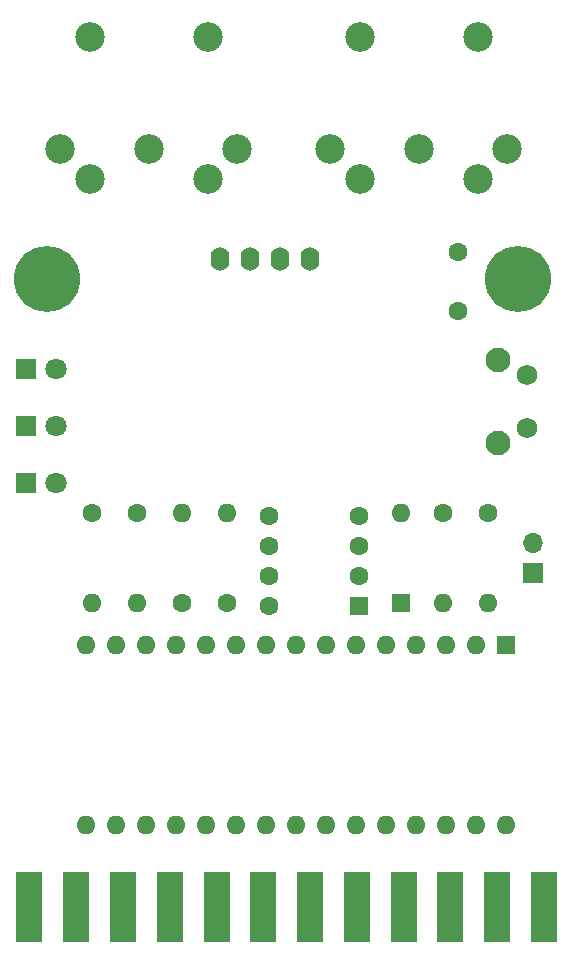
<source format=gbr>
%TF.GenerationSoftware,KiCad,Pcbnew,6.0.11-2627ca5db0~126~ubuntu20.04.1*%
%TF.CreationDate,2024-04-08T20:38:18+02:00*%
%TF.ProjectId,polyTimb64,706f6c79-5469-46d6-9236-342e6b696361,rev?*%
%TF.SameCoordinates,Original*%
%TF.FileFunction,Soldermask,Bot*%
%TF.FilePolarity,Negative*%
%FSLAX46Y46*%
G04 Gerber Fmt 4.6, Leading zero omitted, Abs format (unit mm)*
G04 Created by KiCad (PCBNEW 6.0.11-2627ca5db0~126~ubuntu20.04.1) date 2024-04-08 20:38:18*
%MOMM*%
%LPD*%
G01*
G04 APERTURE LIST*
%ADD10C,2.100000*%
%ADD11C,1.750000*%
%ADD12R,1.600000X1.600000*%
%ADD13O,1.600000X1.600000*%
%ADD14O,1.600000X2.000000*%
%ADD15R,1.800000X1.800000*%
%ADD16C,1.800000*%
%ADD17C,2.500000*%
%ADD18C,1.600000*%
%ADD19C,5.600000*%
%ADD20C,3.600000*%
%ADD21R,1.700000X1.700000*%
%ADD22O,1.700000X1.700000*%
%ADD23R,2.200000X6.000000*%
G04 APERTURE END LIST*
D10*
%TO.C,Reset*%
X123035500Y-80041000D03*
X123035500Y-87051000D03*
D11*
X125525500Y-81291000D03*
X125525500Y-85791000D03*
%TD*%
D12*
%TO.C,D4*%
X114808000Y-100584000D03*
D13*
X114808000Y-92964000D03*
%TD*%
D14*
%TO.C,Brd1*%
X99504000Y-71442000D03*
X102044000Y-71442000D03*
X104584000Y-71442000D03*
X107124000Y-71442000D03*
%TD*%
D15*
%TO.C,D3*%
X83053000Y-80772000D03*
D16*
X85593000Y-80772000D03*
%TD*%
D15*
%TO.C,D2*%
X83048000Y-85598000D03*
D16*
X85588000Y-85598000D03*
%TD*%
D15*
%TO.C,D1*%
X83053000Y-90424000D03*
D16*
X85593000Y-90424000D03*
%TD*%
D17*
%TO.C,THRU1*%
X98472000Y-52682000D03*
X88472000Y-52682000D03*
X85972000Y-62182000D03*
X93472000Y-62182000D03*
X100972000Y-62182000D03*
X88472000Y-64682000D03*
X98472000Y-64682000D03*
%TD*%
%TO.C,IN1*%
X121332000Y-64682000D03*
X111332000Y-64682000D03*
X123832000Y-62182000D03*
X116332000Y-62182000D03*
X108832000Y-62182000D03*
X111332000Y-52682000D03*
X121332000Y-52682000D03*
%TD*%
D18*
%TO.C,R1*%
X122174000Y-92964000D03*
D13*
X122174000Y-100584000D03*
%TD*%
D18*
%TO.C,R5*%
X92456000Y-92964000D03*
D13*
X92456000Y-100584000D03*
%TD*%
D19*
%TO.C,H1*%
X84836000Y-73152000D03*
D20*
X84836000Y-73152000D03*
%TD*%
D18*
%TO.C,C1*%
X119634000Y-75906000D03*
X119634000Y-70906000D03*
%TD*%
D13*
%TO.C,A1*%
X123698000Y-119390000D03*
X121158000Y-119390000D03*
X118618000Y-119390000D03*
X116078000Y-119390000D03*
X113538000Y-119390000D03*
X110998000Y-119390000D03*
X108458000Y-119390000D03*
X105918000Y-119390000D03*
X103378000Y-119390000D03*
X100838000Y-119390000D03*
X98298000Y-119390000D03*
X95758000Y-119390000D03*
X93218000Y-119390000D03*
X90678000Y-119390000D03*
X88138000Y-119390000D03*
X88138000Y-104150000D03*
X90678000Y-104150000D03*
X93218000Y-104150000D03*
X95758000Y-104150000D03*
X98298000Y-104150000D03*
X100838000Y-104150000D03*
X103378000Y-104150000D03*
X105918000Y-104150000D03*
X108458000Y-104150000D03*
X110998000Y-104150000D03*
X113538000Y-104150000D03*
X116078000Y-104150000D03*
X118618000Y-104150000D03*
X121158000Y-104150000D03*
D12*
X123698000Y-104150000D03*
%TD*%
D18*
%TO.C,R6*%
X88646000Y-92964000D03*
D13*
X88646000Y-100584000D03*
%TD*%
D18*
%TO.C,U1*%
X103632000Y-100828000D03*
X103632000Y-98288000D03*
X103632000Y-95748000D03*
X103632000Y-93208000D03*
X111252000Y-93208000D03*
X111252000Y-95748000D03*
X111252000Y-98288000D03*
D12*
X111252000Y-100828000D03*
%TD*%
D21*
%TO.C,J2*%
X125984000Y-98044000D03*
D22*
X125984000Y-95504000D03*
%TD*%
D13*
%TO.C,R3*%
X100076000Y-92964000D03*
D18*
X100076000Y-100584000D03*
%TD*%
D13*
%TO.C,R2*%
X118364000Y-100584000D03*
D18*
X118364000Y-92964000D03*
%TD*%
D23*
%TO.C,CON1*%
X83376000Y-126296500D03*
X126936000Y-126296500D03*
X122976000Y-126296500D03*
X119016000Y-126296500D03*
X115056000Y-126296500D03*
X111096000Y-126296500D03*
X107136000Y-126296500D03*
X103176000Y-126296500D03*
X99216000Y-126296500D03*
X95256000Y-126296500D03*
X91296000Y-126296500D03*
X87336000Y-126296500D03*
%TD*%
D18*
%TO.C,R4*%
X96266000Y-100584000D03*
D13*
X96266000Y-92964000D03*
%TD*%
D19*
%TO.C,H2*%
X124714000Y-73152000D03*
D20*
X124714000Y-73152000D03*
%TD*%
M02*

</source>
